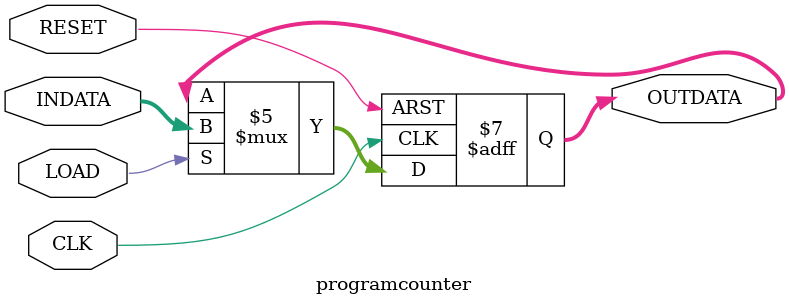
<source format=v>
`timescale 1ns / 1ps
module programcounter( INDATA , OUTDATA , CLK , RESET , LOAD
    );
	 
	 parameter DataSize = 2 ;
	 
	 // inputs 
	 
	 input [ DataSize - 1 : 0 ] INDATA ; // input to the register
	 input CLK ; // clock source 
	 input RESET ; // asynchrouns reset 
	 input LOAD ; // synchroouns enable 
	 
	 
	 // outputs 
	 
	 output [ DataSize - 1 : 0 ] OUTDATA ;
	 reg [ DataSize - 1 : 0 ] OUTDATA ;
	 
	 initial // not a good behaviour but for simuLATION
		 begin 
			OUTDATA <= 0 ;
		 end
	 
	 always @( posedge CLK or posedge RESET )
	 
		begin 
			if ( RESET == 1 )
				begin 
					OUTDATA <= 0 ;
				end 
			else 
				begin 
					if (LOAD == 1) 
						begin
							OUTDATA <= INDATA ;
                  end
               else /* Do nothing */ ;						
				end
		end
	 
endmodule

</source>
